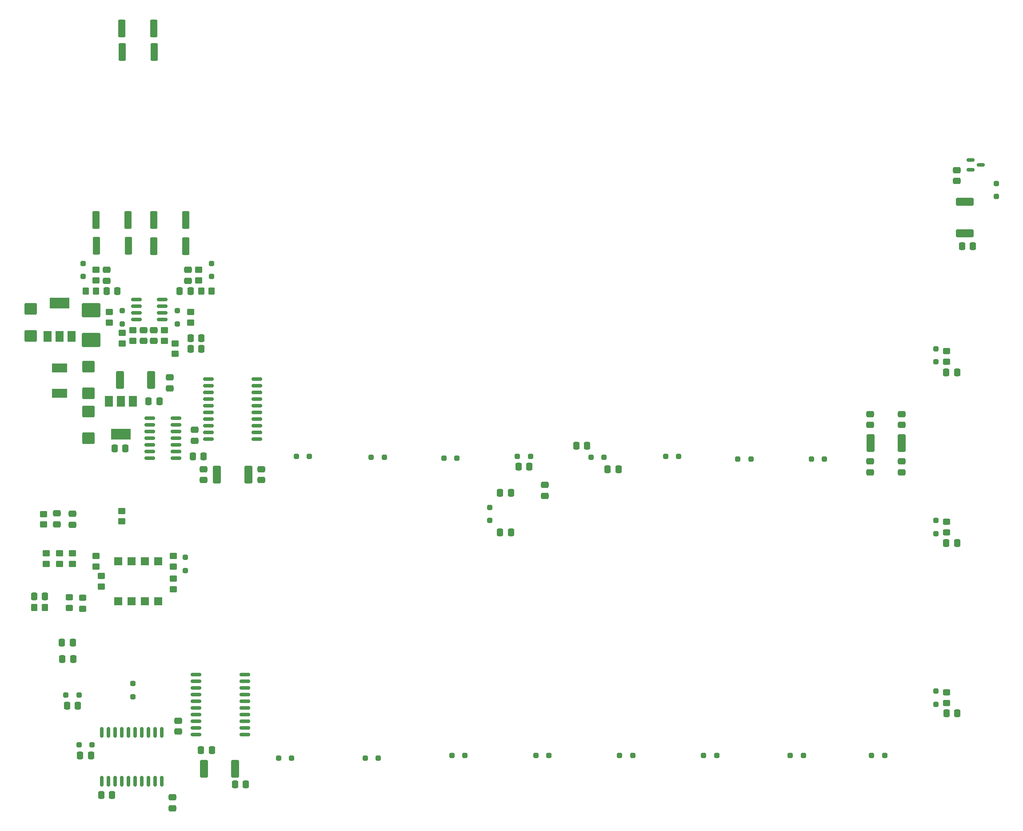
<source format=gbp>
G04 #@! TF.GenerationSoftware,KiCad,Pcbnew,7.0.1*
G04 #@! TF.CreationDate,2023-05-12T07:59:38+02:00*
G04 #@! TF.ProjectId,K_Aries,4b5f4172-6965-4732-9e6b-696361645f70,rev?*
G04 #@! TF.SameCoordinates,Original*
G04 #@! TF.FileFunction,Paste,Bot*
G04 #@! TF.FilePolarity,Positive*
%FSLAX46Y46*%
G04 Gerber Fmt 4.6, Leading zero omitted, Abs format (unit mm)*
G04 Created by KiCad (PCBNEW 7.0.1) date 2023-05-12 07:59:38*
%MOMM*%
%LPD*%
G01*
G04 APERTURE LIST*
G04 Aperture macros list*
%AMRoundRect*
0 Rectangle with rounded corners*
0 $1 Rounding radius*
0 $2 $3 $4 $5 $6 $7 $8 $9 X,Y pos of 4 corners*
0 Add a 4 corners polygon primitive as box body*
4,1,4,$2,$3,$4,$5,$6,$7,$8,$9,$2,$3,0*
0 Add four circle primitives for the rounded corners*
1,1,$1+$1,$2,$3*
1,1,$1+$1,$4,$5*
1,1,$1+$1,$6,$7*
1,1,$1+$1,$8,$9*
0 Add four rect primitives between the rounded corners*
20,1,$1+$1,$2,$3,$4,$5,0*
20,1,$1+$1,$4,$5,$6,$7,0*
20,1,$1+$1,$6,$7,$8,$9,0*
20,1,$1+$1,$8,$9,$2,$3,0*%
G04 Aperture macros list end*
%ADD10RoundRect,0.250000X0.450000X-0.350000X0.450000X0.350000X-0.450000X0.350000X-0.450000X-0.350000X0*%
%ADD11RoundRect,0.250000X-0.250000X0.250000X-0.250000X-0.250000X0.250000X-0.250000X0.250000X0.250000X0*%
%ADD12RoundRect,0.250000X0.337500X0.475000X-0.337500X0.475000X-0.337500X-0.475000X0.337500X-0.475000X0*%
%ADD13RoundRect,0.249999X0.450001X1.425001X-0.450001X1.425001X-0.450001X-1.425001X0.450001X-1.425001X0*%
%ADD14RoundRect,0.250000X0.475000X-0.337500X0.475000X0.337500X-0.475000X0.337500X-0.475000X-0.337500X0*%
%ADD15RoundRect,0.250000X0.250000X-0.250000X0.250000X0.250000X-0.250000X0.250000X-0.250000X-0.250000X0*%
%ADD16RoundRect,0.250000X-0.450000X0.350000X-0.450000X-0.350000X0.450000X-0.350000X0.450000X0.350000X0*%
%ADD17RoundRect,0.250000X-0.337500X-0.475000X0.337500X-0.475000X0.337500X0.475000X-0.337500X0.475000X0*%
%ADD18RoundRect,0.250000X0.250000X0.250000X-0.250000X0.250000X-0.250000X-0.250000X0.250000X-0.250000X0*%
%ADD19RoundRect,0.150000X-0.875000X-0.150000X0.875000X-0.150000X0.875000X0.150000X-0.875000X0.150000X0*%
%ADD20RoundRect,0.150000X-0.825000X-0.150000X0.825000X-0.150000X0.825000X0.150000X-0.825000X0.150000X0*%
%ADD21R,2.950000X1.680000*%
%ADD22RoundRect,0.250000X-0.475000X0.337500X-0.475000X-0.337500X0.475000X-0.337500X0.475000X0.337500X0*%
%ADD23RoundRect,0.249999X-0.450001X-1.425001X0.450001X-1.425001X0.450001X1.425001X-0.450001X1.425001X0*%
%ADD24RoundRect,0.250000X0.450000X-0.325000X0.450000X0.325000X-0.450000X0.325000X-0.450000X-0.325000X0*%
%ADD25RoundRect,0.249999X-0.512501X-1.425001X0.512501X-1.425001X0.512501X1.425001X-0.512501X1.425001X0*%
%ADD26RoundRect,0.150000X0.150000X-0.875000X0.150000X0.875000X-0.150000X0.875000X-0.150000X-0.875000X0*%
%ADD27RoundRect,0.250000X0.350000X0.450000X-0.350000X0.450000X-0.350000X-0.450000X0.350000X-0.450000X0*%
%ADD28R,1.500000X2.000000*%
%ADD29R,3.800000X2.000000*%
%ADD30RoundRect,0.250000X0.925000X-0.875000X0.925000X0.875000X-0.925000X0.875000X-0.925000X-0.875000X0*%
%ADD31RoundRect,0.250000X-0.250000X-0.250000X0.250000X-0.250000X0.250000X0.250000X-0.250000X0.250000X0*%
%ADD32RoundRect,0.250000X-0.925000X0.875000X-0.925000X-0.875000X0.925000X-0.875000X0.925000X0.875000X0*%
%ADD33RoundRect,0.249999X1.425001X-0.512501X1.425001X0.512501X-1.425001X0.512501X-1.425001X-0.512501X0*%
%ADD34RoundRect,0.250000X1.500000X-1.112500X1.500000X1.112500X-1.500000X1.112500X-1.500000X-1.112500X0*%
%ADD35RoundRect,0.150000X-0.587500X-0.150000X0.587500X-0.150000X0.587500X0.150000X-0.587500X0.150000X0*%
%ADD36RoundRect,0.250000X-0.350000X-0.450000X0.350000X-0.450000X0.350000X0.450000X-0.350000X0.450000X0*%
%ADD37RoundRect,0.250000X-0.450000X0.325000X-0.450000X-0.325000X0.450000X-0.325000X0.450000X0.325000X0*%
%ADD38R,1.600000X1.600000*%
G04 APERTURE END LIST*
D10*
X123500000Y-118500000D03*
X123500000Y-116500000D03*
D11*
X136500000Y-116250000D03*
X136500000Y-118750000D03*
D12*
X116637500Y-182600000D03*
X114562500Y-182600000D03*
D13*
X132000000Y-62500000D03*
X125900000Y-62500000D03*
D14*
X132000000Y-122037500D03*
X132000000Y-119962500D03*
D15*
X281000000Y-191250000D03*
X281000000Y-188750000D03*
D12*
X220537500Y-146500000D03*
X218462500Y-146500000D03*
D16*
X128000000Y-120000000D03*
X128000000Y-122000000D03*
D17*
X139425000Y-144000000D03*
X141500000Y-144000000D03*
D18*
X271250000Y-201000000D03*
X268750000Y-201000000D03*
D19*
X140000000Y-197000000D03*
X140000000Y-195730000D03*
X140000000Y-194460000D03*
X140000000Y-193190000D03*
X140000000Y-191920000D03*
X140000000Y-190650000D03*
X140000000Y-189380000D03*
X140000000Y-188110000D03*
X140000000Y-186840000D03*
X140000000Y-185570000D03*
X149300000Y-185570000D03*
X149300000Y-186840000D03*
X149300000Y-188110000D03*
X149300000Y-189380000D03*
X149300000Y-190650000D03*
X149300000Y-191920000D03*
X149300000Y-193190000D03*
X149300000Y-194460000D03*
X149300000Y-195730000D03*
X149300000Y-197000000D03*
D20*
X131225000Y-144360000D03*
X131225000Y-143090000D03*
X131225000Y-141820000D03*
X131225000Y-140550000D03*
X131225000Y-139280000D03*
X131225000Y-138010000D03*
X131225000Y-136740000D03*
X136175000Y-136740000D03*
X136175000Y-138010000D03*
X136175000Y-139280000D03*
X136175000Y-140550000D03*
X136175000Y-141820000D03*
X136175000Y-143090000D03*
X136175000Y-144360000D03*
D21*
X114000000Y-131990000D03*
X114000000Y-127210000D03*
D16*
X122000000Y-166800000D03*
X122000000Y-168800000D03*
D11*
X128000000Y-187300000D03*
X128000000Y-189800000D03*
D18*
X175900000Y-144200000D03*
X173400000Y-144200000D03*
D10*
X135700000Y-165000000D03*
X135700000Y-163000000D03*
X111500000Y-164500000D03*
X111500000Y-162500000D03*
D19*
X142350000Y-140715000D03*
X142350000Y-139445000D03*
X142350000Y-138175000D03*
X142350000Y-136905000D03*
X142350000Y-135635000D03*
X142350000Y-134365000D03*
X142350000Y-133095000D03*
X142350000Y-131825000D03*
X142350000Y-130555000D03*
X142350000Y-129285000D03*
X151650000Y-129285000D03*
X151650000Y-130555000D03*
X151650000Y-131825000D03*
X151650000Y-133095000D03*
X151650000Y-134365000D03*
X151650000Y-135635000D03*
X151650000Y-136905000D03*
X151650000Y-138175000D03*
X151650000Y-139445000D03*
X151650000Y-140715000D03*
D16*
X136000000Y-122500000D03*
X136000000Y-124500000D03*
D17*
X122962500Y-112500000D03*
X125037500Y-112500000D03*
D22*
X268500000Y-144962500D03*
X268500000Y-147037500D03*
D23*
X132000000Y-104000000D03*
X138100000Y-104000000D03*
D24*
X283000000Y-191025000D03*
X283000000Y-188975000D03*
D18*
X245750000Y-144500000D03*
X243250000Y-144500000D03*
D23*
X131950000Y-99000000D03*
X138050000Y-99000000D03*
D25*
X268512500Y-141500000D03*
X274487500Y-141500000D03*
D26*
X133465000Y-205900000D03*
X132195000Y-205900000D03*
X130925000Y-205900000D03*
X129655000Y-205900000D03*
X128385000Y-205900000D03*
X127115000Y-205900000D03*
X125845000Y-205900000D03*
X124575000Y-205900000D03*
X123305000Y-205900000D03*
X122035000Y-205900000D03*
X122035000Y-196600000D03*
X123305000Y-196600000D03*
X124575000Y-196600000D03*
X125845000Y-196600000D03*
X127115000Y-196600000D03*
X128385000Y-196600000D03*
X129655000Y-196600000D03*
X130925000Y-196600000D03*
X132195000Y-196600000D03*
X133465000Y-196600000D03*
D25*
X144012500Y-147500000D03*
X149987500Y-147500000D03*
D18*
X239250000Y-201000000D03*
X236750000Y-201000000D03*
D16*
X125900000Y-154400000D03*
X125900000Y-156400000D03*
D20*
X128650000Y-117960000D03*
X128650000Y-116690000D03*
X128650000Y-115420000D03*
X128650000Y-114150000D03*
X133600000Y-114150000D03*
X133600000Y-115420000D03*
X133600000Y-116690000D03*
X133600000Y-117960000D03*
D15*
X196000000Y-156250000D03*
X196000000Y-153750000D03*
D18*
X191250000Y-201000000D03*
X188750000Y-201000000D03*
D22*
X116500000Y-154962500D03*
X116500000Y-157037500D03*
D18*
X161650000Y-144000000D03*
X159150000Y-144000000D03*
D27*
X143000000Y-112500000D03*
X141000000Y-112500000D03*
D10*
X140500000Y-110500000D03*
X140500000Y-108500000D03*
D22*
X152500000Y-146462500D03*
X152500000Y-148537500D03*
D18*
X158250000Y-201500000D03*
X155750000Y-201500000D03*
D15*
X281000000Y-126000000D03*
X281000000Y-123500000D03*
D22*
X141500000Y-146462500D03*
X141500000Y-148537500D03*
D17*
X197962500Y-151000000D03*
X200037500Y-151000000D03*
D15*
X143000000Y-109750000D03*
X143000000Y-107250000D03*
D14*
X130000000Y-122037500D03*
X130000000Y-119962500D03*
D17*
X212462500Y-142000000D03*
X214537500Y-142000000D03*
D18*
X255750000Y-201000000D03*
X253250000Y-201000000D03*
D15*
X138000000Y-165750000D03*
X138000000Y-163250000D03*
D17*
X201462500Y-146000000D03*
X203537500Y-146000000D03*
D10*
X121000000Y-165000000D03*
X121000000Y-163000000D03*
D17*
X197962500Y-158500000D03*
X200037500Y-158500000D03*
D28*
X123400000Y-133500000D03*
X125700000Y-133500000D03*
D29*
X125700000Y-139800000D03*
D28*
X128000000Y-133500000D03*
D18*
X223250000Y-201000000D03*
X220750000Y-201000000D03*
D13*
X132050000Y-67000000D03*
X125950000Y-67000000D03*
D11*
X126000000Y-116250000D03*
X126000000Y-118750000D03*
D22*
X136600000Y-194362500D03*
X136600000Y-196437500D03*
D17*
X147462500Y-206500000D03*
X149537500Y-206500000D03*
D14*
X123000000Y-110537500D03*
X123000000Y-108462500D03*
D30*
X108500000Y-121050000D03*
X108500000Y-115950000D03*
D17*
X282962500Y-160500000D03*
X285037500Y-160500000D03*
D31*
X117750000Y-199000000D03*
X120250000Y-199000000D03*
D22*
X113500000Y-154862500D03*
X113500000Y-156937500D03*
D32*
X119500000Y-135450000D03*
X119500000Y-140550000D03*
D22*
X135500000Y-208962500D03*
X135500000Y-211037500D03*
D14*
X135000000Y-131037500D03*
X135000000Y-128962500D03*
D18*
X259750000Y-144500000D03*
X257250000Y-144500000D03*
D15*
X292500000Y-94500000D03*
X292500000Y-92000000D03*
D12*
X139000000Y-112500000D03*
X136925000Y-112500000D03*
D28*
X116300000Y-121150000D03*
X114000000Y-121150000D03*
D29*
X114000000Y-114850000D03*
D28*
X111700000Y-121150000D03*
D33*
X286500000Y-101487500D03*
X286500000Y-95512500D03*
D24*
X283000000Y-158525000D03*
X283000000Y-156475000D03*
D15*
X118500000Y-109750000D03*
X118500000Y-107250000D03*
D23*
X120950000Y-99000000D03*
X127050000Y-99000000D03*
D10*
X114000000Y-164500000D03*
X114000000Y-162500000D03*
D18*
X189750000Y-144400000D03*
X187250000Y-144400000D03*
D12*
X124037500Y-208500000D03*
X121962500Y-208500000D03*
D10*
X126000000Y-122500000D03*
X126000000Y-120500000D03*
D18*
X203750000Y-144000000D03*
X201250000Y-144000000D03*
D34*
X120000000Y-121862500D03*
X120000000Y-116137500D03*
D12*
X111237500Y-170700000D03*
X109162500Y-170700000D03*
D35*
X287625000Y-89450000D03*
X287625000Y-87550000D03*
X289500000Y-88500000D03*
D36*
X119000000Y-112500000D03*
X121000000Y-112500000D03*
D17*
X130962500Y-133500000D03*
X133037500Y-133500000D03*
X285962500Y-104000000D03*
X288037500Y-104000000D03*
D14*
X274500000Y-138037500D03*
X274500000Y-135962500D03*
D27*
X111200000Y-172800000D03*
X109200000Y-172800000D03*
D22*
X274500000Y-144962500D03*
X274500000Y-147037500D03*
D15*
X281000000Y-158750000D03*
X281000000Y-156250000D03*
D12*
X120037500Y-201000000D03*
X117962500Y-201000000D03*
D14*
X138500000Y-110537500D03*
X138500000Y-108462500D03*
D18*
X174750000Y-201500000D03*
X172250000Y-201500000D03*
D16*
X111000000Y-155000000D03*
X111000000Y-157000000D03*
D12*
X141037500Y-121500000D03*
X138962500Y-121500000D03*
D37*
X118400000Y-170975000D03*
X118400000Y-173025000D03*
D22*
X139800000Y-138962500D03*
X139800000Y-141037500D03*
D24*
X283000000Y-126025000D03*
X283000000Y-123975000D03*
D30*
X119500000Y-132000000D03*
X119500000Y-126900000D03*
D17*
X140962500Y-200000000D03*
X143037500Y-200000000D03*
D12*
X116537500Y-179500000D03*
X114462500Y-179500000D03*
D18*
X232000000Y-144000000D03*
X229500000Y-144000000D03*
X217750000Y-144185000D03*
X215250000Y-144185000D03*
D25*
X125512500Y-129500000D03*
X131487500Y-129500000D03*
D10*
X121000000Y-110500000D03*
X121000000Y-108500000D03*
D17*
X282962500Y-128000000D03*
X285037500Y-128000000D03*
D12*
X141037500Y-123500000D03*
X138962500Y-123500000D03*
D18*
X117750000Y-189500000D03*
X115250000Y-189500000D03*
D38*
X125190000Y-163990000D03*
X127730000Y-163990000D03*
X130270000Y-163990000D03*
X132810000Y-163990000D03*
X132810000Y-171610000D03*
X130270000Y-171610000D03*
X127730000Y-171610000D03*
X125190000Y-171610000D03*
D25*
X141512500Y-203500000D03*
X147487500Y-203500000D03*
D14*
X268500000Y-138037500D03*
X268500000Y-135962500D03*
D12*
X126575000Y-142500000D03*
X124500000Y-142500000D03*
D10*
X135700000Y-169300000D03*
X135700000Y-167300000D03*
D17*
X283000000Y-193000000D03*
X285075000Y-193000000D03*
D18*
X207250000Y-201000000D03*
X204750000Y-201000000D03*
D22*
X206500000Y-149462500D03*
X206500000Y-151537500D03*
D17*
X115462500Y-191500000D03*
X117537500Y-191500000D03*
D14*
X285000000Y-91537500D03*
X285000000Y-89462500D03*
D10*
X139000000Y-118500000D03*
X139000000Y-116500000D03*
D23*
X121050000Y-103900000D03*
X127150000Y-103900000D03*
D37*
X115900000Y-170875000D03*
X115900000Y-172925000D03*
D16*
X134000000Y-120000000D03*
X134000000Y-122000000D03*
D10*
X116500000Y-164500000D03*
X116500000Y-162500000D03*
M02*

</source>
